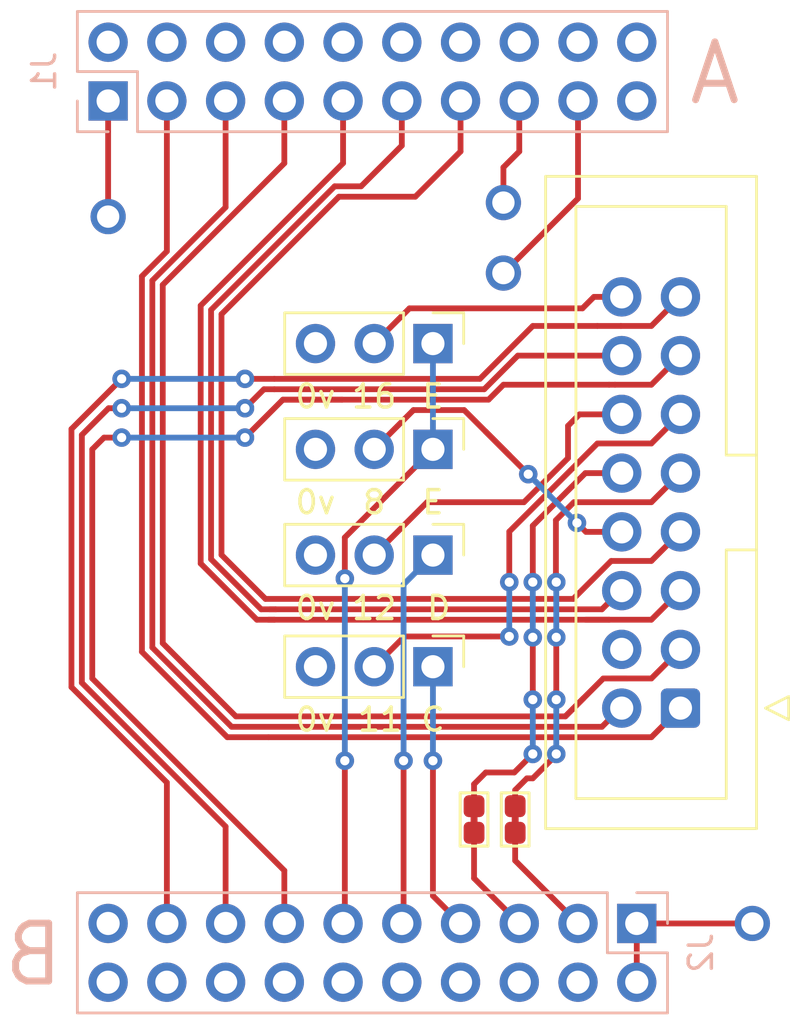
<source format=kicad_pcb>
(kicad_pcb (version 20171130) (host pcbnew "(5.1.9)-1")

  (general
    (thickness 1.6)
    (drawings 14)
    (tracks 202)
    (zones 0)
    (modules 13)
    (nets 30)
  )

  (page A4)
  (layers
    (0 F.Cu signal)
    (31 B.Cu signal)
    (32 B.Adhes user)
    (33 F.Adhes user)
    (34 B.Paste user hide)
    (35 F.Paste user hide)
    (36 B.SilkS user)
    (37 F.SilkS user)
    (38 B.Mask user hide)
    (39 F.Mask user hide)
    (40 Dwgs.User user)
    (41 Cmts.User user)
    (42 Eco1.User user)
    (43 Eco2.User user)
    (44 Edge.Cuts user)
    (45 Margin user)
    (46 B.CrtYd user)
    (47 F.CrtYd user)
    (48 B.Fab user hide)
    (49 F.Fab user hide)
  )

  (setup
    (last_trace_width 0.25)
    (trace_clearance 0.2)
    (zone_clearance 0.508)
    (zone_45_only no)
    (trace_min 0.2)
    (via_size 0.8)
    (via_drill 0.4)
    (via_min_size 0.4)
    (via_min_drill 0.3)
    (uvia_size 0.3)
    (uvia_drill 0.1)
    (uvias_allowed no)
    (uvia_min_size 0.2)
    (uvia_min_drill 0.1)
    (edge_width 0.05)
    (segment_width 0.2)
    (pcb_text_width 0.3)
    (pcb_text_size 1.5 1.5)
    (mod_edge_width 0.12)
    (mod_text_size 1 1)
    (mod_text_width 0.15)
    (pad_size 1.524 1.524)
    (pad_drill 0.9652)
    (pad_to_mask_clearance 0)
    (aux_axis_origin 0 0)
    (visible_elements 7FFFFFFF)
    (pcbplotparams
      (layerselection 0x010fc_ffffffff)
      (usegerberextensions false)
      (usegerberattributes true)
      (usegerberadvancedattributes true)
      (creategerberjobfile true)
      (excludeedgelayer true)
      (linewidth 0.100000)
      (plotframeref false)
      (viasonmask false)
      (mode 1)
      (useauxorigin false)
      (hpglpennumber 1)
      (hpglpenspeed 20)
      (hpglpendiameter 15.000000)
      (psnegative false)
      (psa4output false)
      (plotreference true)
      (plotvalue true)
      (plotinvisibletext false)
      (padsonsilk false)
      (subtractmaskfromsilk false)
      (outputformat 1)
      (mirror false)
      (drillshape 1)
      (scaleselection 1)
      (outputdirectory ""))
  )

  (net 0 "")
  (net 1 "Net-(J1-Pad20)")
  (net 2 "Net-(J1-Pad19)")
  (net 3 GND)
  (net 4 /#Output_Enable)
  (net 5 /Row_Latch)
  (net 6 /Pixel_Clock)
  (net 7 /Row_E_Int)
  (net 8 /Row_D_Int)
  (net 9 /Row_C_Int)
  (net 10 /Row_B_Int)
  (net 11 /Row_A_Int)
  (net 12 /VCC_B)
  (net 13 "Net-(J2-Pad20)")
  (net 14 "Net-(J2-Pad19)")
  (net 15 /Blue_2)
  (net 16 /Green_2)
  (net 17 /Red_2)
  (net 18 /Blue_1)
  (net 19 /Green_1)
  (net 20 /Red_1)
  (net 21 /VCC_A)
  (net 22 /Row_E_8)
  (net 23 /Row_E_16)
  (net 24 "Net-(J1-Pad17)")
  (net 25 "Net-(J1-Pad15)")
  (net 26 /Row_C_11)
  (net 27 /Row_D_12)
  (net 28 /Row_B_10)
  (net 29 /Row_A_9)

  (net_class Default "This is the default net class."
    (clearance 0.2)
    (trace_width 0.25)
    (via_dia 0.8)
    (via_drill 0.4)
    (uvia_dia 0.3)
    (uvia_drill 0.1)
    (add_net /#Output_Enable)
    (add_net /Blue_1)
    (add_net /Blue_2)
    (add_net /Green_1)
    (add_net /Green_2)
    (add_net /Pixel_Clock)
    (add_net /Red_1)
    (add_net /Red_2)
    (add_net /Row_A_9)
    (add_net /Row_A_Int)
    (add_net /Row_B_10)
    (add_net /Row_B_Int)
    (add_net /Row_C_11)
    (add_net /Row_C_Int)
    (add_net /Row_D_12)
    (add_net /Row_D_Int)
    (add_net /Row_E_16)
    (add_net /Row_E_8)
    (add_net /Row_E_Int)
    (add_net /Row_Latch)
    (add_net /VCC_A)
    (add_net /VCC_B)
    (add_net GND)
    (add_net "Net-(J1-Pad15)")
    (add_net "Net-(J1-Pad17)")
    (add_net "Net-(J1-Pad19)")
    (add_net "Net-(J1-Pad20)")
    (add_net "Net-(J2-Pad19)")
    (add_net "Net-(J2-Pad20)")
  )

  (module Connector_IDC:IDC-Header_2x08_P2.54mm_Vertical (layer F.Cu) (tedit 5EAC9A07) (tstamp 606F0AA1)
    (at 124.75 126.25 180)
    (descr "Through hole IDC box header, 2x08, 2.54mm pitch, DIN 41651 / IEC 60603-13, double rows, https://docs.google.com/spreadsheets/d/16SsEcesNF15N3Lb4niX7dcUr-NY5_MFPQhobNuNppn4/edit#gid=0")
    (tags "Through hole vertical IDC box header THT 2x08 2.54mm double row")
    (path /606FBEDE)
    (fp_text reference J7 (at 1.27 -6.1) (layer F.SilkS) hide
      (effects (font (size 1 1) (thickness 0.15)))
    )
    (fp_text value Conn_02x08_Odd_Even (at 1.27 23.88) (layer F.Fab)
      (effects (font (size 1 1) (thickness 0.15)))
    )
    (fp_line (start 6.22 -5.6) (end -3.68 -5.6) (layer F.CrtYd) (width 0.05))
    (fp_line (start 6.22 23.38) (end 6.22 -5.6) (layer F.CrtYd) (width 0.05))
    (fp_line (start -3.68 23.38) (end 6.22 23.38) (layer F.CrtYd) (width 0.05))
    (fp_line (start -3.68 -5.6) (end -3.68 23.38) (layer F.CrtYd) (width 0.05))
    (fp_line (start -4.68 0.5) (end -3.68 0) (layer F.SilkS) (width 0.12))
    (fp_line (start -4.68 -0.5) (end -4.68 0.5) (layer F.SilkS) (width 0.12))
    (fp_line (start -3.68 0) (end -4.68 -0.5) (layer F.SilkS) (width 0.12))
    (fp_line (start -1.98 10.94) (end -3.29 10.94) (layer F.SilkS) (width 0.12))
    (fp_line (start -1.98 10.94) (end -1.98 10.94) (layer F.SilkS) (width 0.12))
    (fp_line (start -1.98 21.69) (end -1.98 10.94) (layer F.SilkS) (width 0.12))
    (fp_line (start 4.52 21.69) (end -1.98 21.69) (layer F.SilkS) (width 0.12))
    (fp_line (start 4.52 -3.91) (end 4.52 21.69) (layer F.SilkS) (width 0.12))
    (fp_line (start -1.98 -3.91) (end 4.52 -3.91) (layer F.SilkS) (width 0.12))
    (fp_line (start -1.98 6.84) (end -1.98 -3.91) (layer F.SilkS) (width 0.12))
    (fp_line (start -3.29 6.84) (end -1.98 6.84) (layer F.SilkS) (width 0.12))
    (fp_line (start -3.29 22.99) (end -3.29 -5.21) (layer F.SilkS) (width 0.12))
    (fp_line (start 5.83 22.99) (end -3.29 22.99) (layer F.SilkS) (width 0.12))
    (fp_line (start 5.83 -5.21) (end 5.83 22.99) (layer F.SilkS) (width 0.12))
    (fp_line (start -3.29 -5.21) (end 5.83 -5.21) (layer F.SilkS) (width 0.12))
    (fp_line (start -1.98 10.94) (end -3.18 10.94) (layer F.Fab) (width 0.1))
    (fp_line (start -1.98 10.94) (end -1.98 10.94) (layer F.Fab) (width 0.1))
    (fp_line (start -1.98 21.69) (end -1.98 10.94) (layer F.Fab) (width 0.1))
    (fp_line (start 4.52 21.69) (end -1.98 21.69) (layer F.Fab) (width 0.1))
    (fp_line (start 4.52 -3.91) (end 4.52 21.69) (layer F.Fab) (width 0.1))
    (fp_line (start -1.98 -3.91) (end 4.52 -3.91) (layer F.Fab) (width 0.1))
    (fp_line (start -1.98 6.84) (end -1.98 -3.91) (layer F.Fab) (width 0.1))
    (fp_line (start -3.18 6.84) (end -1.98 6.84) (layer F.Fab) (width 0.1))
    (fp_line (start -3.18 22.88) (end -3.18 -4.1) (layer F.Fab) (width 0.1))
    (fp_line (start 5.72 22.88) (end -3.18 22.88) (layer F.Fab) (width 0.1))
    (fp_line (start 5.72 -5.1) (end 5.72 22.88) (layer F.Fab) (width 0.1))
    (fp_line (start -2.18 -5.1) (end 5.72 -5.1) (layer F.Fab) (width 0.1))
    (fp_line (start -3.18 -4.1) (end -2.18 -5.1) (layer F.Fab) (width 0.1))
    (fp_text user %R (at 1.27 8.89 90) (layer F.Fab)
      (effects (font (size 1 1) (thickness 0.15)))
    )
    (pad 16 thru_hole circle (at 2.54 17.78 180) (size 1.7 1.7) (drill 1) (layers *.Cu *.Mask)
      (net 23 /Row_E_16))
    (pad 14 thru_hole circle (at 2.54 15.24 180) (size 1.7 1.7) (drill 1) (layers *.Cu *.Mask)
      (net 5 /Row_Latch))
    (pad 12 thru_hole circle (at 2.54 12.7 180) (size 1.7 1.7) (drill 1) (layers *.Cu *.Mask)
      (net 27 /Row_D_12))
    (pad 10 thru_hole circle (at 2.54 10.16 180) (size 1.7 1.7) (drill 1) (layers *.Cu *.Mask)
      (net 28 /Row_B_10))
    (pad 8 thru_hole circle (at 2.54 7.62 180) (size 1.7 1.7) (drill 1) (layers *.Cu *.Mask)
      (net 22 /Row_E_8))
    (pad 6 thru_hole circle (at 2.54 5.08 180) (size 1.7 1.7) (drill 1) (layers *.Cu *.Mask)
      (net 16 /Green_2))
    (pad 4 thru_hole circle (at 2.54 2.54 180) (size 1.7 1.7) (drill 1) (layers *.Cu *.Mask)
      (net 3 GND))
    (pad 2 thru_hole circle (at 2.54 0 180) (size 1.7 1.7) (drill 1) (layers *.Cu *.Mask)
      (net 19 /Green_1))
    (pad 15 thru_hole circle (at 0 17.78 180) (size 1.7 1.7) (drill 1) (layers *.Cu *.Mask)
      (net 4 /#Output_Enable))
    (pad 13 thru_hole circle (at 0 15.24 180) (size 1.7 1.7) (drill 1) (layers *.Cu *.Mask)
      (net 6 /Pixel_Clock))
    (pad 11 thru_hole circle (at 0 12.7 180) (size 1.7 1.7) (drill 1) (layers *.Cu *.Mask)
      (net 26 /Row_C_11))
    (pad 9 thru_hole circle (at 0 10.16 180) (size 1.7 1.7) (drill 1) (layers *.Cu *.Mask)
      (net 29 /Row_A_9))
    (pad 7 thru_hole circle (at 0 7.62 180) (size 1.7 1.7) (drill 1) (layers *.Cu *.Mask)
      (net 15 /Blue_2))
    (pad 5 thru_hole circle (at 0 5.08 180) (size 1.7 1.7) (drill 1) (layers *.Cu *.Mask)
      (net 17 /Red_2))
    (pad 3 thru_hole circle (at 0 2.54 180) (size 1.7 1.7) (drill 1) (layers *.Cu *.Mask)
      (net 18 /Blue_1))
    (pad 1 thru_hole roundrect (at 0 0 180) (size 1.7 1.7) (drill 1) (layers *.Cu *.Mask) (roundrect_rratio 0.147059)
      (net 20 /Red_1))
    (model ${KISYS3DMOD}/Connector_IDC.3dshapes/IDC-Header_2x08_P2.54mm_Vertical.wrl
      (at (xyz 0 0 0))
      (scale (xyz 1 1 1))
      (rotate (xyz 0 0 0))
    )
  )

  (module pkl_pin_headers:Pin_Header_Straight_Round_1x01 (layer F.Cu) (tedit 579076F7) (tstamp 606F0941)
    (at 117.094 107.442)
    (descr "Through hole pin header")
    (tags "pin header")
    (path /607D90EA)
    (fp_text reference TP4 (at 0 -5.1) (layer F.Fab) hide
      (effects (font (size 1 1) (thickness 0.15)))
    )
    (fp_text value TestPoint (at 0 -3.1) (layer F.Fab) hide
      (effects (font (size 1 1) (thickness 0.15)))
    )
    (fp_line (start -1.25 1.25) (end 1.25 1.25) (layer F.CrtYd) (width 0.05))
    (fp_line (start -1.25 -1.25) (end 1.25 -1.25) (layer F.CrtYd) (width 0.05))
    (fp_line (start 1.25 -1.25) (end 1.25 1.25) (layer F.CrtYd) (width 0.05))
    (fp_line (start -1.25 -1.25) (end -1.25 1.25) (layer F.CrtYd) (width 0.05))
    (pad 1 thru_hole circle (at 0 0) (size 1.524 1.524) (drill 0.9652) (layers *.Cu *.Mask)
      (net 24 "Net-(J1-Pad17)"))
  )

  (module pkl_pin_headers:Pin_Header_Straight_Round_1x01 (layer F.Cu) (tedit 579076F7) (tstamp 606F0929)
    (at 117.094 104.394)
    (descr "Through hole pin header")
    (tags "pin header")
    (path /607D7F5D)
    (fp_text reference TP3 (at 0 -5.1) (layer F.Fab) hide
      (effects (font (size 1 1) (thickness 0.15)))
    )
    (fp_text value TestPoint (at 0 -3.1) (layer F.Fab) hide
      (effects (font (size 1 1) (thickness 0.15)))
    )
    (fp_line (start -1.25 1.25) (end 1.25 1.25) (layer F.CrtYd) (width 0.05))
    (fp_line (start -1.25 -1.25) (end 1.25 -1.25) (layer F.CrtYd) (width 0.05))
    (fp_line (start 1.25 -1.25) (end 1.25 1.25) (layer F.CrtYd) (width 0.05))
    (fp_line (start -1.25 -1.25) (end -1.25 1.25) (layer F.CrtYd) (width 0.05))
    (pad 1 thru_hole circle (at 0 0) (size 1.524 1.524) (drill 0.9652) (layers *.Cu *.Mask)
      (net 25 "Net-(J1-Pad15)"))
  )

  (module pkl_pin_headers:Pin_Header_Straight_Round_1x01 (layer F.Cu) (tedit 579076F7) (tstamp 606F0911)
    (at 100 105)
    (descr "Through hole pin header")
    (tags "pin header")
    (path /607F5050)
    (fp_text reference TP2 (at 0 -5.1) (layer F.Fab) hide
      (effects (font (size 1 1) (thickness 0.15)))
    )
    (fp_text value TestPoint (at 0 -3.1) (layer F.Fab) hide
      (effects (font (size 1 1) (thickness 0.15)))
    )
    (fp_line (start -1.25 1.25) (end 1.25 1.25) (layer F.CrtYd) (width 0.05))
    (fp_line (start -1.25 -1.25) (end 1.25 -1.25) (layer F.CrtYd) (width 0.05))
    (fp_line (start 1.25 -1.25) (end 1.25 1.25) (layer F.CrtYd) (width 0.05))
    (fp_line (start -1.25 -1.25) (end -1.25 1.25) (layer F.CrtYd) (width 0.05))
    (pad 1 thru_hole circle (at 0 0) (size 1.524 1.524) (drill 0.9652) (layers *.Cu *.Mask)
      (net 21 /VCC_A))
  )

  (module pkl_pin_headers:Pin_Header_Straight_Round_1x01 (layer F.Cu) (tedit 579076F7) (tstamp 606EF5CE)
    (at 127.86 135.56)
    (descr "Through hole pin header")
    (tags "pin header")
    (path /607F498A)
    (fp_text reference TP1 (at 0 -5.1) (layer F.Fab) hide
      (effects (font (size 1 1) (thickness 0.15)))
    )
    (fp_text value TestPoint (at 0 -3.1) (layer F.Fab) hide
      (effects (font (size 1 1) (thickness 0.15)))
    )
    (fp_line (start -1.25 1.25) (end 1.25 1.25) (layer F.CrtYd) (width 0.05))
    (fp_line (start -1.25 -1.25) (end 1.25 -1.25) (layer F.CrtYd) (width 0.05))
    (fp_line (start 1.25 -1.25) (end 1.25 1.25) (layer F.CrtYd) (width 0.05))
    (fp_line (start -1.25 -1.25) (end -1.25 1.25) (layer F.CrtYd) (width 0.05))
    (pad 1 thru_hole circle (at 0 0) (size 1.524 1.524) (drill 0.9652) (layers *.Cu *.Mask)
      (net 12 /VCC_B))
  )

  (module pkl_jumpers:J_NC_0603_30 (layer F.Cu) (tedit 5ED9662D) (tstamp 606EF9F7)
    (at 115.824 131.064 90)
    (descr "Jumper Normally Closed SMD 0603, 0.30mm connection, reflow soldering")
    (tags "jumper 0603")
    (path /6077AD05)
    (attr virtual)
    (fp_text reference JP2 (at 0 -1.1 90) (layer F.Fab)
      (effects (font (size 0.635 0.635) (thickness 0.1)))
    )
    (fp_text value SolderJumper_2_Bridged (at 0 1.2 90) (layer F.Fab)
      (effects (font (size 0.635 0.635) (thickness 0.1)))
    )
    (fp_line (start -0.1 0) (end 0.1 0) (layer F.Cu) (width 0.3))
    (fp_poly (pts (xy -0.05 -0.25) (xy 0.05 -0.25) (xy 0.05 0.25) (xy -0.05 0.25)) (layer F.Mask) (width 0.15))
    (fp_line (start 1.15 0.6) (end -1.15 0.6) (layer F.SilkS) (width 0.13))
    (fp_line (start -1.15 -0.6) (end 1.15 -0.6) (layer F.SilkS) (width 0.13))
    (fp_line (start 1.175 -0.725) (end 1.175 0.725) (layer F.CrtYd) (width 0.05))
    (fp_line (start -1.175 -0.725) (end -1.175 0.725) (layer F.CrtYd) (width 0.05))
    (fp_line (start -1.175 0.725) (end 1.175 0.725) (layer F.CrtYd) (width 0.05))
    (fp_line (start -1.175 -0.725) (end 1.175 -0.725) (layer F.CrtYd) (width 0.05))
    (fp_line (start 1.15 -0.6) (end 1.15 0.6) (layer F.SilkS) (width 0.13))
    (fp_line (start -1.15 -0.6) (end -1.15 0.6) (layer F.SilkS) (width 0.13))
    (pad 2 smd roundrect (at 0.575 0 90) (size 0.95 0.9) (layers F.Cu F.Mask) (roundrect_rratio 0.25)
      (net 28 /Row_B_10))
    (pad 1 smd roundrect (at -0.575 0 90) (size 0.95 0.9) (layers F.Cu F.Mask) (roundrect_rratio 0.25)
      (net 10 /Row_B_Int))
  )

  (module pkl_jumpers:J_NC_0603_30 (layer F.Cu) (tedit 5ED9662D) (tstamp 606EFA24)
    (at 117.602 131.064 90)
    (descr "Jumper Normally Closed SMD 0603, 0.30mm connection, reflow soldering")
    (tags "jumper 0603")
    (path /6077A076)
    (attr virtual)
    (fp_text reference JP1 (at 0 -1.1 90) (layer F.Fab)
      (effects (font (size 0.635 0.635) (thickness 0.1)))
    )
    (fp_text value SolderJumper_2_Bridged (at 0 1.2 90) (layer F.Fab)
      (effects (font (size 0.635 0.635) (thickness 0.1)))
    )
    (fp_line (start -0.1 0) (end 0.1 0) (layer F.Cu) (width 0.3))
    (fp_poly (pts (xy -0.05 -0.25) (xy 0.05 -0.25) (xy 0.05 0.25) (xy -0.05 0.25)) (layer F.Mask) (width 0.15))
    (fp_line (start 1.15 0.6) (end -1.15 0.6) (layer F.SilkS) (width 0.13))
    (fp_line (start -1.15 -0.6) (end 1.15 -0.6) (layer F.SilkS) (width 0.13))
    (fp_line (start 1.175 -0.725) (end 1.175 0.725) (layer F.CrtYd) (width 0.05))
    (fp_line (start -1.175 -0.725) (end -1.175 0.725) (layer F.CrtYd) (width 0.05))
    (fp_line (start -1.175 0.725) (end 1.175 0.725) (layer F.CrtYd) (width 0.05))
    (fp_line (start -1.175 -0.725) (end 1.175 -0.725) (layer F.CrtYd) (width 0.05))
    (fp_line (start 1.15 -0.6) (end 1.15 0.6) (layer F.SilkS) (width 0.13))
    (fp_line (start -1.15 -0.6) (end -1.15 0.6) (layer F.SilkS) (width 0.13))
    (pad 2 smd roundrect (at 0.575 0 90) (size 0.95 0.9) (layers F.Cu F.Mask) (roundrect_rratio 0.25)
      (net 29 /Row_A_9))
    (pad 1 smd roundrect (at -0.575 0 90) (size 0.95 0.9) (layers F.Cu F.Mask) (roundrect_rratio 0.25)
      (net 11 /Row_A_Int))
  )

  (module Connector_PinHeader_2.54mm:PinHeader_1x03_P2.54mm_Vertical (layer F.Cu) (tedit 59FED5CC) (tstamp 606EF570)
    (at 114.046 110.49 270)
    (descr "Through hole straight pin header, 1x03, 2.54mm pitch, single row")
    (tags "Through hole pin header THT 1x03 2.54mm single row")
    (path /60764E31)
    (fp_text reference J6 (at 0 -2.33 90) (layer F.SilkS) hide
      (effects (font (size 1 1) (thickness 0.15)))
    )
    (fp_text value Conn_01x03 (at 0 7.41 90) (layer F.Fab)
      (effects (font (size 1 1) (thickness 0.15)))
    )
    (fp_line (start 1.8 -1.8) (end -1.8 -1.8) (layer F.CrtYd) (width 0.05))
    (fp_line (start 1.8 6.85) (end 1.8 -1.8) (layer F.CrtYd) (width 0.05))
    (fp_line (start -1.8 6.85) (end 1.8 6.85) (layer F.CrtYd) (width 0.05))
    (fp_line (start -1.8 -1.8) (end -1.8 6.85) (layer F.CrtYd) (width 0.05))
    (fp_line (start -1.33 -1.33) (end 0 -1.33) (layer F.SilkS) (width 0.12))
    (fp_line (start -1.33 0) (end -1.33 -1.33) (layer F.SilkS) (width 0.12))
    (fp_line (start -1.33 1.27) (end 1.33 1.27) (layer F.SilkS) (width 0.12))
    (fp_line (start 1.33 1.27) (end 1.33 6.41) (layer F.SilkS) (width 0.12))
    (fp_line (start -1.33 1.27) (end -1.33 6.41) (layer F.SilkS) (width 0.12))
    (fp_line (start -1.33 6.41) (end 1.33 6.41) (layer F.SilkS) (width 0.12))
    (fp_line (start -1.27 -0.635) (end -0.635 -1.27) (layer F.Fab) (width 0.1))
    (fp_line (start -1.27 6.35) (end -1.27 -0.635) (layer F.Fab) (width 0.1))
    (fp_line (start 1.27 6.35) (end -1.27 6.35) (layer F.Fab) (width 0.1))
    (fp_line (start 1.27 -1.27) (end 1.27 6.35) (layer F.Fab) (width 0.1))
    (fp_line (start -0.635 -1.27) (end 1.27 -1.27) (layer F.Fab) (width 0.1))
    (fp_text user %R (at 0 2.54) (layer F.Fab)
      (effects (font (size 1 1) (thickness 0.15)))
    )
    (pad 3 thru_hole oval (at 0 5.08 270) (size 1.7 1.7) (drill 1) (layers *.Cu *.Mask)
      (net 3 GND))
    (pad 2 thru_hole oval (at 0 2.54 270) (size 1.7 1.7) (drill 1) (layers *.Cu *.Mask)
      (net 23 /Row_E_16))
    (pad 1 thru_hole rect (at 0 0 270) (size 1.7 1.7) (drill 1) (layers *.Cu *.Mask)
      (net 7 /Row_E_Int))
    (model ${KISYS3DMOD}/Connector_PinHeader_2.54mm.3dshapes/PinHeader_1x03_P2.54mm_Vertical.wrl
      (at (xyz 0 0 0))
      (scale (xyz 1 1 1))
      (rotate (xyz 0 0 0))
    )
  )

  (module Connector_PinHeader_2.54mm:PinHeader_1x03_P2.54mm_Vertical (layer F.Cu) (tedit 59FED5CC) (tstamp 606EF559)
    (at 114.046 115.062 270)
    (descr "Through hole straight pin header, 1x03, 2.54mm pitch, single row")
    (tags "Through hole pin header THT 1x03 2.54mm single row")
    (path /607298E3)
    (fp_text reference J5 (at 0 -2.33 90) (layer F.SilkS) hide
      (effects (font (size 1 1) (thickness 0.15)))
    )
    (fp_text value Conn_01x03 (at 0 7.41 90) (layer F.Fab)
      (effects (font (size 1 1) (thickness 0.15)))
    )
    (fp_line (start 1.8 -1.8) (end -1.8 -1.8) (layer F.CrtYd) (width 0.05))
    (fp_line (start 1.8 6.85) (end 1.8 -1.8) (layer F.CrtYd) (width 0.05))
    (fp_line (start -1.8 6.85) (end 1.8 6.85) (layer F.CrtYd) (width 0.05))
    (fp_line (start -1.8 -1.8) (end -1.8 6.85) (layer F.CrtYd) (width 0.05))
    (fp_line (start -1.33 -1.33) (end 0 -1.33) (layer F.SilkS) (width 0.12))
    (fp_line (start -1.33 0) (end -1.33 -1.33) (layer F.SilkS) (width 0.12))
    (fp_line (start -1.33 1.27) (end 1.33 1.27) (layer F.SilkS) (width 0.12))
    (fp_line (start 1.33 1.27) (end 1.33 6.41) (layer F.SilkS) (width 0.12))
    (fp_line (start -1.33 1.27) (end -1.33 6.41) (layer F.SilkS) (width 0.12))
    (fp_line (start -1.33 6.41) (end 1.33 6.41) (layer F.SilkS) (width 0.12))
    (fp_line (start -1.27 -0.635) (end -0.635 -1.27) (layer F.Fab) (width 0.1))
    (fp_line (start -1.27 6.35) (end -1.27 -0.635) (layer F.Fab) (width 0.1))
    (fp_line (start 1.27 6.35) (end -1.27 6.35) (layer F.Fab) (width 0.1))
    (fp_line (start 1.27 -1.27) (end 1.27 6.35) (layer F.Fab) (width 0.1))
    (fp_line (start -0.635 -1.27) (end 1.27 -1.27) (layer F.Fab) (width 0.1))
    (fp_text user %R (at 0 2.54) (layer F.Fab)
      (effects (font (size 1 1) (thickness 0.15)))
    )
    (pad 3 thru_hole oval (at 0 5.08 270) (size 1.7 1.7) (drill 1) (layers *.Cu *.Mask)
      (net 3 GND))
    (pad 2 thru_hole oval (at 0 2.54 270) (size 1.7 1.7) (drill 1) (layers *.Cu *.Mask)
      (net 22 /Row_E_8))
    (pad 1 thru_hole rect (at 0 0 270) (size 1.7 1.7) (drill 1) (layers *.Cu *.Mask)
      (net 7 /Row_E_Int))
    (model ${KISYS3DMOD}/Connector_PinHeader_2.54mm.3dshapes/PinHeader_1x03_P2.54mm_Vertical.wrl
      (at (xyz 0 0 0))
      (scale (xyz 1 1 1))
      (rotate (xyz 0 0 0))
    )
  )

  (module Connector_PinHeader_2.54mm:PinHeader_1x03_P2.54mm_Vertical (layer F.Cu) (tedit 59FED5CC) (tstamp 606EF542)
    (at 114.046 119.634 270)
    (descr "Through hole straight pin header, 1x03, 2.54mm pitch, single row")
    (tags "Through hole pin header THT 1x03 2.54mm single row")
    (path /60729FE0)
    (fp_text reference J4 (at 0 -2.33 90) (layer F.SilkS) hide
      (effects (font (size 1 1) (thickness 0.15)))
    )
    (fp_text value Conn_01x03 (at 0 7.41 90) (layer F.Fab)
      (effects (font (size 1 1) (thickness 0.15)))
    )
    (fp_line (start 1.8 -1.8) (end -1.8 -1.8) (layer F.CrtYd) (width 0.05))
    (fp_line (start 1.8 6.85) (end 1.8 -1.8) (layer F.CrtYd) (width 0.05))
    (fp_line (start -1.8 6.85) (end 1.8 6.85) (layer F.CrtYd) (width 0.05))
    (fp_line (start -1.8 -1.8) (end -1.8 6.85) (layer F.CrtYd) (width 0.05))
    (fp_line (start -1.33 -1.33) (end 0 -1.33) (layer F.SilkS) (width 0.12))
    (fp_line (start -1.33 0) (end -1.33 -1.33) (layer F.SilkS) (width 0.12))
    (fp_line (start -1.33 1.27) (end 1.33 1.27) (layer F.SilkS) (width 0.12))
    (fp_line (start 1.33 1.27) (end 1.33 6.41) (layer F.SilkS) (width 0.12))
    (fp_line (start -1.33 1.27) (end -1.33 6.41) (layer F.SilkS) (width 0.12))
    (fp_line (start -1.33 6.41) (end 1.33 6.41) (layer F.SilkS) (width 0.12))
    (fp_line (start -1.27 -0.635) (end -0.635 -1.27) (layer F.Fab) (width 0.1))
    (fp_line (start -1.27 6.35) (end -1.27 -0.635) (layer F.Fab) (width 0.1))
    (fp_line (start 1.27 6.35) (end -1.27 6.35) (layer F.Fab) (width 0.1))
    (fp_line (start 1.27 -1.27) (end 1.27 6.35) (layer F.Fab) (width 0.1))
    (fp_line (start -0.635 -1.27) (end 1.27 -1.27) (layer F.Fab) (width 0.1))
    (fp_text user %R (at 0 2.54) (layer F.Fab)
      (effects (font (size 1 1) (thickness 0.15)))
    )
    (pad 3 thru_hole oval (at 0 5.08 270) (size 1.7 1.7) (drill 1) (layers *.Cu *.Mask)
      (net 3 GND))
    (pad 2 thru_hole oval (at 0 2.54 270) (size 1.7 1.7) (drill 1) (layers *.Cu *.Mask)
      (net 27 /Row_D_12))
    (pad 1 thru_hole rect (at 0 0 270) (size 1.7 1.7) (drill 1) (layers *.Cu *.Mask)
      (net 8 /Row_D_Int))
    (model ${KISYS3DMOD}/Connector_PinHeader_2.54mm.3dshapes/PinHeader_1x03_P2.54mm_Vertical.wrl
      (at (xyz 0 0 0))
      (scale (xyz 1 1 1))
      (rotate (xyz 0 0 0))
    )
  )

  (module Connector_PinHeader_2.54mm:PinHeader_1x03_P2.54mm_Vertical (layer F.Cu) (tedit 59FED5CC) (tstamp 606EF52B)
    (at 114.046 124.46 270)
    (descr "Through hole straight pin header, 1x03, 2.54mm pitch, single row")
    (tags "Through hole pin header THT 1x03 2.54mm single row")
    (path /6072A3A2)
    (fp_text reference J3 (at 0 -2.33 90) (layer F.SilkS) hide
      (effects (font (size 1 1) (thickness 0.15)))
    )
    (fp_text value Conn_01x03 (at 0 7.41 90) (layer F.Fab)
      (effects (font (size 1 1) (thickness 0.15)))
    )
    (fp_line (start 1.8 -1.8) (end -1.8 -1.8) (layer F.CrtYd) (width 0.05))
    (fp_line (start 1.8 6.85) (end 1.8 -1.8) (layer F.CrtYd) (width 0.05))
    (fp_line (start -1.8 6.85) (end 1.8 6.85) (layer F.CrtYd) (width 0.05))
    (fp_line (start -1.8 -1.8) (end -1.8 6.85) (layer F.CrtYd) (width 0.05))
    (fp_line (start -1.33 -1.33) (end 0 -1.33) (layer F.SilkS) (width 0.12))
    (fp_line (start -1.33 0) (end -1.33 -1.33) (layer F.SilkS) (width 0.12))
    (fp_line (start -1.33 1.27) (end 1.33 1.27) (layer F.SilkS) (width 0.12))
    (fp_line (start 1.33 1.27) (end 1.33 6.41) (layer F.SilkS) (width 0.12))
    (fp_line (start -1.33 1.27) (end -1.33 6.41) (layer F.SilkS) (width 0.12))
    (fp_line (start -1.33 6.41) (end 1.33 6.41) (layer F.SilkS) (width 0.12))
    (fp_line (start -1.27 -0.635) (end -0.635 -1.27) (layer F.Fab) (width 0.1))
    (fp_line (start -1.27 6.35) (end -1.27 -0.635) (layer F.Fab) (width 0.1))
    (fp_line (start 1.27 6.35) (end -1.27 6.35) (layer F.Fab) (width 0.1))
    (fp_line (start 1.27 -1.27) (end 1.27 6.35) (layer F.Fab) (width 0.1))
    (fp_line (start -0.635 -1.27) (end 1.27 -1.27) (layer F.Fab) (width 0.1))
    (fp_text user %R (at 0 2.54) (layer F.Fab)
      (effects (font (size 1 1) (thickness 0.15)))
    )
    (pad 3 thru_hole oval (at 0 5.08 270) (size 1.7 1.7) (drill 1) (layers *.Cu *.Mask)
      (net 3 GND))
    (pad 2 thru_hole oval (at 0 2.54 270) (size 1.7 1.7) (drill 1) (layers *.Cu *.Mask)
      (net 26 /Row_C_11))
    (pad 1 thru_hole rect (at 0 0 270) (size 1.7 1.7) (drill 1) (layers *.Cu *.Mask)
      (net 9 /Row_C_Int))
    (model ${KISYS3DMOD}/Connector_PinHeader_2.54mm.3dshapes/PinHeader_1x03_P2.54mm_Vertical.wrl
      (at (xyz 0 0 0))
      (scale (xyz 1 1 1))
      (rotate (xyz 0 0 0))
    )
  )

  (module Connector_PinSocket_2.54mm:PinSocket_2x10_P2.54mm_Vertical locked (layer B.Cu) (tedit 5A19A427) (tstamp 606EF514)
    (at 100 100 270)
    (descr "Through hole straight socket strip, 2x10, 2.54mm pitch, double cols (from Kicad 4.0.7), script generated")
    (tags "Through hole socket strip THT 2x10 2.54mm double row")
    (path /606F1737)
    (fp_text reference J1 (at -1.27 2.77 270) (layer B.SilkS)
      (effects (font (size 1 1) (thickness 0.15)) (justify mirror))
    )
    (fp_text value Conn_02x10_Odd_Even (at -1.27 -25.63 270) (layer B.Fab)
      (effects (font (size 1 1) (thickness 0.15)) (justify mirror))
    )
    (fp_line (start -4.34 -24.6) (end -4.34 1.8) (layer B.CrtYd) (width 0.05))
    (fp_line (start 1.76 -24.6) (end -4.34 -24.6) (layer B.CrtYd) (width 0.05))
    (fp_line (start 1.76 1.8) (end 1.76 -24.6) (layer B.CrtYd) (width 0.05))
    (fp_line (start -4.34 1.8) (end 1.76 1.8) (layer B.CrtYd) (width 0.05))
    (fp_line (start 0 1.33) (end 1.33 1.33) (layer B.SilkS) (width 0.12))
    (fp_line (start 1.33 1.33) (end 1.33 0) (layer B.SilkS) (width 0.12))
    (fp_line (start -1.27 1.33) (end -1.27 -1.27) (layer B.SilkS) (width 0.12))
    (fp_line (start -1.27 -1.27) (end 1.33 -1.27) (layer B.SilkS) (width 0.12))
    (fp_line (start 1.33 -1.27) (end 1.33 -24.19) (layer B.SilkS) (width 0.12))
    (fp_line (start -3.87 -24.19) (end 1.33 -24.19) (layer B.SilkS) (width 0.12))
    (fp_line (start -3.87 1.33) (end -3.87 -24.19) (layer B.SilkS) (width 0.12))
    (fp_line (start -3.87 1.33) (end -1.27 1.33) (layer B.SilkS) (width 0.12))
    (fp_line (start -3.81 -24.13) (end -3.81 1.27) (layer B.Fab) (width 0.1))
    (fp_line (start 1.27 -24.13) (end -3.81 -24.13) (layer B.Fab) (width 0.1))
    (fp_line (start 1.27 0.27) (end 1.27 -24.13) (layer B.Fab) (width 0.1))
    (fp_line (start 0.27 1.27) (end 1.27 0.27) (layer B.Fab) (width 0.1))
    (fp_line (start -3.81 1.27) (end 0.27 1.27) (layer B.Fab) (width 0.1))
    (fp_text user %R (at -1.27 -11.43) (layer B.Fab)
      (effects (font (size 1 1) (thickness 0.15)) (justify mirror))
    )
    (pad 20 thru_hole oval (at -2.54 -22.86 270) (size 1.7 1.7) (drill 1) (layers *.Cu *.Mask)
      (net 1 "Net-(J1-Pad20)"))
    (pad 19 thru_hole oval (at 0 -22.86 270) (size 1.7 1.7) (drill 1) (layers *.Cu *.Mask)
      (net 2 "Net-(J1-Pad19)"))
    (pad 18 thru_hole oval (at -2.54 -20.32 270) (size 1.7 1.7) (drill 1) (layers *.Cu *.Mask)
      (net 3 GND))
    (pad 17 thru_hole oval (at 0 -20.32 270) (size 1.7 1.7) (drill 1) (layers *.Cu *.Mask)
      (net 24 "Net-(J1-Pad17)"))
    (pad 16 thru_hole oval (at -2.54 -17.78 270) (size 1.7 1.7) (drill 1) (layers *.Cu *.Mask)
      (net 3 GND))
    (pad 15 thru_hole oval (at 0 -17.78 270) (size 1.7 1.7) (drill 1) (layers *.Cu *.Mask)
      (net 25 "Net-(J1-Pad15)"))
    (pad 14 thru_hole oval (at -2.54 -15.24 270) (size 1.7 1.7) (drill 1) (layers *.Cu *.Mask)
      (net 3 GND))
    (pad 13 thru_hole oval (at 0 -15.24 270) (size 1.7 1.7) (drill 1) (layers *.Cu *.Mask)
      (net 15 /Blue_2))
    (pad 12 thru_hole oval (at -2.54 -12.7 270) (size 1.7 1.7) (drill 1) (layers *.Cu *.Mask)
      (net 3 GND))
    (pad 11 thru_hole oval (at 0 -12.7 270) (size 1.7 1.7) (drill 1) (layers *.Cu *.Mask)
      (net 16 /Green_2))
    (pad 10 thru_hole oval (at -2.54 -10.16 270) (size 1.7 1.7) (drill 1) (layers *.Cu *.Mask)
      (net 3 GND))
    (pad 9 thru_hole oval (at 0 -10.16 270) (size 1.7 1.7) (drill 1) (layers *.Cu *.Mask)
      (net 17 /Red_2))
    (pad 8 thru_hole oval (at -2.54 -7.62 270) (size 1.7 1.7) (drill 1) (layers *.Cu *.Mask)
      (net 3 GND))
    (pad 7 thru_hole oval (at 0 -7.62 270) (size 1.7 1.7) (drill 1) (layers *.Cu *.Mask)
      (net 18 /Blue_1))
    (pad 6 thru_hole oval (at -2.54 -5.08 270) (size 1.7 1.7) (drill 1) (layers *.Cu *.Mask)
      (net 3 GND))
    (pad 5 thru_hole oval (at 0 -5.08 270) (size 1.7 1.7) (drill 1) (layers *.Cu *.Mask)
      (net 19 /Green_1))
    (pad 4 thru_hole oval (at -2.54 -2.54 270) (size 1.7 1.7) (drill 1) (layers *.Cu *.Mask)
      (net 3 GND))
    (pad 3 thru_hole oval (at 0 -2.54 270) (size 1.7 1.7) (drill 1) (layers *.Cu *.Mask)
      (net 20 /Red_1))
    (pad 2 thru_hole oval (at -2.54 0 270) (size 1.7 1.7) (drill 1) (layers *.Cu *.Mask)
      (net 21 /VCC_A))
    (pad 1 thru_hole rect (at 0 0 270) (size 1.7 1.7) (drill 1) (layers *.Cu *.Mask)
      (net 21 /VCC_A))
    (model ${KISYS3DMOD}/Connector_PinSocket_2.54mm.3dshapes/PinSocket_2x10_P2.54mm_Vertical.wrl
      (at (xyz 0 0 0))
      (scale (xyz 1 1 1))
      (rotate (xyz 0 0 0))
    )
  )

  (module Connector_PinSocket_2.54mm:PinSocket_2x10_P2.54mm_Vertical locked (layer B.Cu) (tedit 5A19A427) (tstamp 606EF4EA)
    (at 122.86 135.56 90)
    (descr "Through hole straight socket strip, 2x10, 2.54mm pitch, double cols (from Kicad 4.0.7), script generated")
    (tags "Through hole socket strip THT 2x10 2.54mm double row")
    (path /606F05AE)
    (fp_text reference J2 (at -1.27 2.77 -90) (layer B.SilkS)
      (effects (font (size 1 1) (thickness 0.15)) (justify mirror))
    )
    (fp_text value Conn_02x10_Odd_Even (at -1.27 -25.63 -90) (layer B.Fab)
      (effects (font (size 1 1) (thickness 0.15)) (justify mirror))
    )
    (fp_line (start -4.34 -24.6) (end -4.34 1.8) (layer B.CrtYd) (width 0.05))
    (fp_line (start 1.76 -24.6) (end -4.34 -24.6) (layer B.CrtYd) (width 0.05))
    (fp_line (start 1.76 1.8) (end 1.76 -24.6) (layer B.CrtYd) (width 0.05))
    (fp_line (start -4.34 1.8) (end 1.76 1.8) (layer B.CrtYd) (width 0.05))
    (fp_line (start 0 1.33) (end 1.33 1.33) (layer B.SilkS) (width 0.12))
    (fp_line (start 1.33 1.33) (end 1.33 0) (layer B.SilkS) (width 0.12))
    (fp_line (start -1.27 1.33) (end -1.27 -1.27) (layer B.SilkS) (width 0.12))
    (fp_line (start -1.27 -1.27) (end 1.33 -1.27) (layer B.SilkS) (width 0.12))
    (fp_line (start 1.33 -1.27) (end 1.33 -24.19) (layer B.SilkS) (width 0.12))
    (fp_line (start -3.87 -24.19) (end 1.33 -24.19) (layer B.SilkS) (width 0.12))
    (fp_line (start -3.87 1.33) (end -3.87 -24.19) (layer B.SilkS) (width 0.12))
    (fp_line (start -3.87 1.33) (end -1.27 1.33) (layer B.SilkS) (width 0.12))
    (fp_line (start -3.81 -24.13) (end -3.81 1.27) (layer B.Fab) (width 0.1))
    (fp_line (start 1.27 -24.13) (end -3.81 -24.13) (layer B.Fab) (width 0.1))
    (fp_line (start 1.27 0.27) (end 1.27 -24.13) (layer B.Fab) (width 0.1))
    (fp_line (start 0.27 1.27) (end 1.27 0.27) (layer B.Fab) (width 0.1))
    (fp_line (start -3.81 1.27) (end 0.27 1.27) (layer B.Fab) (width 0.1))
    (fp_text user %R (at -1.27 -11.43) (layer B.Fab)
      (effects (font (size 1 1) (thickness 0.15)) (justify mirror))
    )
    (pad 20 thru_hole oval (at -2.54 -22.86 90) (size 1.7 1.7) (drill 1) (layers *.Cu *.Mask)
      (net 13 "Net-(J2-Pad20)"))
    (pad 19 thru_hole oval (at 0 -22.86 90) (size 1.7 1.7) (drill 1) (layers *.Cu *.Mask)
      (net 14 "Net-(J2-Pad19)"))
    (pad 18 thru_hole oval (at -2.54 -20.32 90) (size 1.7 1.7) (drill 1) (layers *.Cu *.Mask)
      (net 3 GND))
    (pad 17 thru_hole oval (at 0 -20.32 90) (size 1.7 1.7) (drill 1) (layers *.Cu *.Mask)
      (net 4 /#Output_Enable))
    (pad 16 thru_hole oval (at -2.54 -17.78 90) (size 1.7 1.7) (drill 1) (layers *.Cu *.Mask)
      (net 3 GND))
    (pad 15 thru_hole oval (at 0 -17.78 90) (size 1.7 1.7) (drill 1) (layers *.Cu *.Mask)
      (net 5 /Row_Latch))
    (pad 14 thru_hole oval (at -2.54 -15.24 90) (size 1.7 1.7) (drill 1) (layers *.Cu *.Mask)
      (net 3 GND))
    (pad 13 thru_hole oval (at 0 -15.24 90) (size 1.7 1.7) (drill 1) (layers *.Cu *.Mask)
      (net 6 /Pixel_Clock))
    (pad 12 thru_hole oval (at -2.54 -12.7 90) (size 1.7 1.7) (drill 1) (layers *.Cu *.Mask)
      (net 3 GND))
    (pad 11 thru_hole oval (at 0 -12.7 90) (size 1.7 1.7) (drill 1) (layers *.Cu *.Mask)
      (net 7 /Row_E_Int))
    (pad 10 thru_hole oval (at -2.54 -10.16 90) (size 1.7 1.7) (drill 1) (layers *.Cu *.Mask)
      (net 3 GND))
    (pad 9 thru_hole oval (at 0 -10.16 90) (size 1.7 1.7) (drill 1) (layers *.Cu *.Mask)
      (net 8 /Row_D_Int))
    (pad 8 thru_hole oval (at -2.54 -7.62 90) (size 1.7 1.7) (drill 1) (layers *.Cu *.Mask)
      (net 3 GND))
    (pad 7 thru_hole oval (at 0 -7.62 90) (size 1.7 1.7) (drill 1) (layers *.Cu *.Mask)
      (net 9 /Row_C_Int))
    (pad 6 thru_hole oval (at -2.54 -5.08 90) (size 1.7 1.7) (drill 1) (layers *.Cu *.Mask)
      (net 3 GND))
    (pad 5 thru_hole oval (at 0 -5.08 90) (size 1.7 1.7) (drill 1) (layers *.Cu *.Mask)
      (net 10 /Row_B_Int))
    (pad 4 thru_hole oval (at -2.54 -2.54 90) (size 1.7 1.7) (drill 1) (layers *.Cu *.Mask)
      (net 3 GND))
    (pad 3 thru_hole oval (at 0 -2.54 90) (size 1.7 1.7) (drill 1) (layers *.Cu *.Mask)
      (net 11 /Row_A_Int))
    (pad 2 thru_hole oval (at -2.54 0 90) (size 1.7 1.7) (drill 1) (layers *.Cu *.Mask)
      (net 12 /VCC_B))
    (pad 1 thru_hole rect (at 0 0 90) (size 1.7 1.7) (drill 1) (layers *.Cu *.Mask)
      (net 12 /VCC_B))
    (model ${KISYS3DMOD}/Connector_PinSocket_2.54mm.3dshapes/PinSocket_2x10_P2.54mm_Vertical.wrl
      (at (xyz 0 0 0))
      (scale (xyz 1 1 1))
      (rotate (xyz 0 0 0))
    )
  )

  (gr_text 0v (at 108.966 126.746) (layer F.SilkS) (tstamp 606F2EE4)
    (effects (font (size 1 1) (thickness 0.15)))
  )
  (gr_text 0v (at 108.966 121.92) (layer F.SilkS) (tstamp 606F2EE4)
    (effects (font (size 1 1) (thickness 0.15)))
  )
  (gr_text 0v (at 108.966 117.348) (layer F.SilkS) (tstamp 606F2E97)
    (effects (font (size 1 1) (thickness 0.15)))
  )
  (gr_text 0v (at 108.966 112.776) (layer F.SilkS) (tstamp 606F2C5B)
    (effects (font (size 1 1) (thickness 0.15)))
  )
  (gr_text 11 (at 111.76 126.746) (layer F.SilkS)
    (effects (font (size 1 1) (thickness 0.15)))
  )
  (gr_text 12 (at 111.506 121.92) (layer F.SilkS)
    (effects (font (size 1 1) (thickness 0.15)))
  )
  (gr_text 8 (at 111.506 117.348) (layer F.SilkS)
    (effects (font (size 1 1) (thickness 0.15)))
  )
  (gr_text 16 (at 111.506 112.776) (layer F.SilkS)
    (effects (font (size 1 1) (thickness 0.15)))
  )
  (gr_text C (at 114.046 126.746) (layer F.SilkS)
    (effects (font (size 1 1) (thickness 0.15)))
  )
  (gr_text D (at 114.3 121.92) (layer F.SilkS)
    (effects (font (size 1 1) (thickness 0.15)))
  )
  (gr_text E (at 114.046 117.348) (layer F.SilkS)
    (effects (font (size 1 1) (thickness 0.15)))
  )
  (gr_text E (at 114.046 112.776) (layer F.SilkS)
    (effects (font (size 1 1) (thickness 0.15)))
  )
  (gr_text B (at 96.774 136.906) (layer B.SilkS) (tstamp 606F27F2)
    (effects (font (size 2.5 2.5) (thickness 0.3)) (justify mirror))
  )
  (gr_text A (at 126.238 98.806) (layer B.SilkS)
    (effects (font (size 2.5 2.5) (thickness 0.3)) (justify mirror))
  )

  (segment (start 124.75 108.47) (end 123.492 109.728) (width 0.25) (layer F.Cu) (net 4))
  (segment (start 123.492 109.728) (end 122.174 109.728) (width 0.25) (layer F.Cu) (net 4))
  (segment (start 122.174 109.728) (end 121.158 109.728) (width 0.25) (layer F.Cu) (net 4))
  (segment (start 121.158 109.728) (end 118.364 109.728) (width 0.25) (layer F.Cu) (net 4))
  (segment (start 118.364 109.728) (end 116.078 112.014) (width 0.25) (layer F.Cu) (net 4))
  (segment (start 116.078 112.014) (end 107.188 112.014) (width 0.25) (layer F.Cu) (net 4))
  (via (at 105.918 112.014) (size 0.8) (drill 0.4) (layers F.Cu B.Cu) (net 4))
  (segment (start 107.188 112.014) (end 105.918 112.014) (width 0.25) (layer F.Cu) (net 4))
  (segment (start 105.918 112.014) (end 100.584 112.014) (width 0.25) (layer B.Cu) (net 4))
  (via (at 100.584 112.014) (size 0.8) (drill 0.4) (layers F.Cu B.Cu) (net 4))
  (segment (start 102.54 129.46682) (end 102.54 135.56) (width 0.25) (layer F.Cu) (net 4))
  (segment (start 98.413982 125.340802) (end 102.54 129.46682) (width 0.25) (layer F.Cu) (net 4))
  (segment (start 98.413981 114.184019) (end 98.413982 125.340802) (width 0.25) (layer F.Cu) (net 4))
  (segment (start 100.584 112.014) (end 98.413981 114.184019) (width 0.25) (layer F.Cu) (net 4))
  (segment (start 122.21 111.01) (end 117.71841 111.01) (width 0.25) (layer F.Cu) (net 5))
  (segment (start 117.71841 111.01) (end 116.2644 112.46401) (width 0.25) (layer F.Cu) (net 5))
  (segment (start 116.2644 112.46401) (end 107.188 112.46401) (width 0.25) (layer F.Cu) (net 5))
  (via (at 105.918 113.284) (size 0.8) (drill 0.4) (layers F.Cu B.Cu) (net 5))
  (segment (start 106.73799 112.46401) (end 105.918 113.284) (width 0.25) (layer F.Cu) (net 5))
  (segment (start 107.188 112.46401) (end 106.73799 112.46401) (width 0.25) (layer F.Cu) (net 5))
  (segment (start 105.918 113.284) (end 100.584 113.284) (width 0.25) (layer B.Cu) (net 5))
  (via (at 100.584 113.284) (size 0.8) (drill 0.4) (layers F.Cu B.Cu) (net 5))
  (segment (start 100.018315 113.284) (end 98.86399 114.438325) (width 0.25) (layer F.Cu) (net 5))
  (segment (start 100.584 113.284) (end 100.018315 113.284) (width 0.25) (layer F.Cu) (net 5))
  (segment (start 98.86399 114.438325) (end 98.863991 125.154401) (width 0.25) (layer F.Cu) (net 5))
  (segment (start 105.08 131.37041) (end 105.08 135.56) (width 0.25) (layer F.Cu) (net 5))
  (segment (start 98.863991 125.154401) (end 105.08 131.37041) (width 0.25) (layer F.Cu) (net 5))
  (segment (start 124.75 111.01) (end 123.492 112.268) (width 0.25) (layer F.Cu) (net 6))
  (segment (start 123.492 112.268) (end 121.92 112.268) (width 0.25) (layer F.Cu) (net 6))
  (segment (start 121.92 112.268) (end 121.666 112.268) (width 0.25) (layer F.Cu) (net 6))
  (segment (start 121.666 112.268) (end 117.09682 112.268) (width 0.25) (layer F.Cu) (net 6))
  (segment (start 117.09682 112.268) (end 116.4508 112.91402) (width 0.25) (layer F.Cu) (net 6))
  (segment (start 108.82798 112.91402) (end 107.55798 112.91402) (width 0.25) (layer F.Cu) (net 6))
  (via (at 105.918 114.554) (size 0.8) (drill 0.4) (layers F.Cu B.Cu) (net 6))
  (segment (start 105.918 114.554) (end 100.584 114.554) (width 0.25) (layer B.Cu) (net 6))
  (segment (start 107.55798 112.91402) (end 110.12002 112.91402) (width 0.25) (layer F.Cu) (net 6))
  (segment (start 105.918 114.554) (end 107.55798 112.91402) (width 0.25) (layer F.Cu) (net 6))
  (segment (start 110.12002 112.91402) (end 108.82798 112.91402) (width 0.25) (layer F.Cu) (net 6))
  (segment (start 116.4508 112.91402) (end 110.12002 112.91402) (width 0.25) (layer F.Cu) (net 6))
  (via (at 100.584 114.554) (size 0.8) (drill 0.4) (layers F.Cu B.Cu) (net 6))
  (segment (start 107.62 133.274) (end 107.62 135.56) (width 0.25) (layer F.Cu) (net 6))
  (segment (start 99.314 124.968) (end 107.62 133.274) (width 0.25) (layer F.Cu) (net 6))
  (segment (start 99.314 115.062) (end 99.314 124.968) (width 0.25) (layer F.Cu) (net 6))
  (segment (start 99.822 114.554) (end 99.314 115.062) (width 0.25) (layer F.Cu) (net 6))
  (segment (start 100.584 114.554) (end 99.822 114.554) (width 0.25) (layer F.Cu) (net 6))
  (segment (start 114.046 110.49) (end 114.046 115.062) (width 0.25) (layer B.Cu) (net 7))
  (segment (start 114.046 115.062) (end 112.014 117.094) (width 0.25) (layer F.Cu) (net 7))
  (segment (start 112.014 117.094) (end 110.236 118.872) (width 0.25) (layer F.Cu) (net 7))
  (segment (start 110.236 118.872) (end 110.236 120.65) (width 0.25) (layer F.Cu) (net 7))
  (via (at 110.236 120.65) (size 0.8) (drill 0.4) (layers F.Cu B.Cu) (net 7))
  (segment (start 110.236 120.904) (end 110.236 120.65) (width 0.25) (layer F.Cu) (net 7))
  (via (at 110.236 128.524) (size 0.8) (drill 0.4) (layers F.Cu B.Cu) (net 7))
  (segment (start 110.236 120.65) (end 110.236 128.524) (width 0.25) (layer B.Cu) (net 7))
  (segment (start 110.236 135.484) (end 110.16 135.56) (width 0.25) (layer F.Cu) (net 7))
  (segment (start 110.236 128.524) (end 110.236 135.484) (width 0.25) (layer F.Cu) (net 7))
  (segment (start 114.046 119.634) (end 112.776 120.904) (width 0.25) (layer B.Cu) (net 8))
  (segment (start 112.776 135.484) (end 112.7 135.56) (width 0.25) (layer B.Cu) (net 8))
  (via (at 112.776 128.524) (size 0.8) (drill 0.4) (layers F.Cu B.Cu) (net 8))
  (segment (start 112.776 120.904) (end 112.776 128.524) (width 0.25) (layer B.Cu) (net 8))
  (segment (start 112.776 135.484) (end 112.7 135.56) (width 0.25) (layer F.Cu) (net 8))
  (segment (start 112.776 128.524) (end 112.776 135.484) (width 0.25) (layer F.Cu) (net 8))
  (via (at 114.046 128.524) (size 0.8) (drill 0.4) (layers F.Cu B.Cu) (net 9))
  (segment (start 114.046 124.46) (end 114.046 128.524) (width 0.25) (layer B.Cu) (net 9))
  (segment (start 114.046 134.366) (end 115.24 135.56) (width 0.25) (layer F.Cu) (net 9))
  (segment (start 114.046 128.524) (end 114.046 134.366) (width 0.25) (layer F.Cu) (net 9))
  (segment (start 115.824 133.604) (end 117.78 135.56) (width 0.25) (layer F.Cu) (net 10))
  (segment (start 115.824 131.639) (end 115.824 133.604) (width 0.25) (layer F.Cu) (net 10))
  (segment (start 117.602 132.842) (end 120.32 135.56) (width 0.25) (layer F.Cu) (net 11))
  (segment (start 117.602 131.639) (end 117.602 132.842) (width 0.25) (layer F.Cu) (net 11))
  (segment (start 122.86 135.56) (end 122.86 138.1) (width 0.25) (layer F.Cu) (net 12))
  (segment (start 122.86 135.56) (end 127.86 135.56) (width 0.25) (layer F.Cu) (net 12))
  (segment (start 113.284 104.14) (end 115.24 102.184) (width 0.25) (layer F.Cu) (net 15))
  (segment (start 109.982 104.14) (end 113.284 104.14) (width 0.25) (layer F.Cu) (net 15))
  (segment (start 104.902 109.22) (end 109.982 104.14) (width 0.25) (layer F.Cu) (net 15))
  (segment (start 104.902 119.62439) (end 104.902 109.22) (width 0.25) (layer F.Cu) (net 15))
  (segment (start 106.80559 121.52798) (end 104.902 119.62439) (width 0.25) (layer F.Cu) (net 15))
  (segment (start 115.24 102.184) (end 115.24 100) (width 0.25) (layer F.Cu) (net 15))
  (segment (start 120.113018 121.52798) (end 106.80559 121.52798) (width 0.25) (layer F.Cu) (net 15))
  (segment (start 121.752998 119.888) (end 120.113018 121.52798) (width 0.25) (layer F.Cu) (net 15))
  (segment (start 123.492 119.888) (end 121.752998 119.888) (width 0.25) (layer F.Cu) (net 15))
  (segment (start 124.75 118.63) (end 123.492 119.888) (width 0.25) (layer F.Cu) (net 15))
  (segment (start 122.162 121.17) (end 121.35401 121.97799) (width 0.25) (layer F.Cu) (net 16))
  (segment (start 122.21 121.17) (end 122.162 121.17) (width 0.25) (layer F.Cu) (net 16))
  (segment (start 107.24599 121.97799) (end 106.619189 121.977989) (width 0.25) (layer F.Cu) (net 16))
  (segment (start 121.35401 121.97799) (end 107.24599 121.97799) (width 0.25) (layer F.Cu) (net 16))
  (segment (start 107.24599 121.97799) (end 106.99199 121.97799) (width 0.25) (layer F.Cu) (net 16))
  (segment (start 106.619189 121.977989) (end 104.45199 119.81079) (width 0.25) (layer F.Cu) (net 16))
  (segment (start 104.45199 119.81079) (end 104.451991 109.033599) (width 0.25) (layer F.Cu) (net 16))
  (segment (start 104.451991 109.033599) (end 109.7956 103.68999) (width 0.25) (layer F.Cu) (net 16))
  (segment (start 109.7956 103.68999) (end 110.94001 103.68999) (width 0.25) (layer F.Cu) (net 16))
  (segment (start 112.7 101.93) (end 112.7 100) (width 0.25) (layer F.Cu) (net 16))
  (segment (start 110.94001 103.68999) (end 112.7 101.93) (width 0.25) (layer F.Cu) (net 16))
  (segment (start 123.492 122.428) (end 124.75 121.17) (width 0.25) (layer F.Cu) (net 17))
  (segment (start 120.65 122.428) (end 121.666 122.428) (width 0.25) (layer F.Cu) (net 17))
  (segment (start 121.666 122.428) (end 123.492 122.428) (width 0.25) (layer F.Cu) (net 17))
  (segment (start 107.188 122.428) (end 106.432788 122.427998) (width 0.25) (layer F.Cu) (net 17))
  (segment (start 121.666 122.428) (end 107.188 122.428) (width 0.25) (layer F.Cu) (net 17))
  (segment (start 107.188 122.428) (end 106.934 122.428) (width 0.25) (layer F.Cu) (net 17))
  (segment (start 106.432788 122.427998) (end 104.001981 119.997189) (width 0.25) (layer F.Cu) (net 17))
  (segment (start 104.001981 119.997189) (end 104.001982 108.847198) (width 0.25) (layer F.Cu) (net 17))
  (segment (start 110.16 102.68918) (end 110.16 100) (width 0.25) (layer F.Cu) (net 17))
  (segment (start 104.001982 108.847198) (end 110.16 102.68918) (width 0.25) (layer F.Cu) (net 17))
  (segment (start 123.492 124.968) (end 124.75 123.71) (width 0.25) (layer F.Cu) (net 18))
  (segment (start 121.92 124.968) (end 121.752998 124.968) (width 0.25) (layer F.Cu) (net 18))
  (segment (start 120.563002 125.816998) (end 119.77202 126.60798) (width 0.25) (layer F.Cu) (net 18))
  (segment (start 121.412 124.968) (end 122.428 124.968) (width 0.25) (layer F.Cu) (net 18))
  (segment (start 119.77202 126.60798) (end 121.412 124.968) (width 0.25) (layer F.Cu) (net 18))
  (segment (start 122.428 124.968) (end 123.492 124.968) (width 0.25) (layer F.Cu) (net 18))
  (segment (start 121.92 124.968) (end 122.428 124.968) (width 0.25) (layer F.Cu) (net 18))
  (segment (start 107.62 102.692) (end 107.62 100) (width 0.25) (layer F.Cu) (net 18))
  (segment (start 102.362 123.444) (end 102.362 107.95) (width 0.25) (layer F.Cu) (net 18))
  (segment (start 105.52598 126.60798) (end 102.362 123.444) (width 0.25) (layer F.Cu) (net 18))
  (segment (start 102.362 107.95) (end 107.62 102.692) (width 0.25) (layer F.Cu) (net 18))
  (segment (start 119.77202 126.60798) (end 105.52598 126.60798) (width 0.25) (layer F.Cu) (net 18))
  (segment (start 105.08 104.59559) (end 105.08 100) (width 0.25) (layer F.Cu) (net 19))
  (segment (start 101.911991 107.763599) (end 105.08 104.59559) (width 0.25) (layer F.Cu) (net 19))
  (segment (start 101.91199 123.6304) (end 101.911991 107.763599) (width 0.25) (layer F.Cu) (net 19))
  (segment (start 105.339579 127.057989) (end 101.91199 123.6304) (width 0.25) (layer F.Cu) (net 19))
  (segment (start 121.35401 127.05799) (end 105.339579 127.057989) (width 0.25) (layer F.Cu) (net 19))
  (segment (start 122.162 126.25) (end 121.35401 127.05799) (width 0.25) (layer F.Cu) (net 19))
  (segment (start 122.21 126.25) (end 122.162 126.25) (width 0.25) (layer F.Cu) (net 19))
  (segment (start 102.54 106.49918) (end 102.54 100) (width 0.25) (layer F.Cu) (net 20))
  (segment (start 101.461982 107.577198) (end 102.54 106.49918) (width 0.25) (layer F.Cu) (net 20))
  (segment (start 101.461981 123.816799) (end 101.461982 107.577198) (width 0.25) (layer F.Cu) (net 20))
  (segment (start 105.153178 127.507998) (end 101.461981 123.816799) (width 0.25) (layer F.Cu) (net 20))
  (segment (start 106.934 127.508) (end 105.153178 127.507998) (width 0.25) (layer F.Cu) (net 20))
  (segment (start 123.492 127.508) (end 106.934 127.508) (width 0.25) (layer F.Cu) (net 20))
  (segment (start 124.75 126.25) (end 123.492 127.508) (width 0.25) (layer F.Cu) (net 20))
  (segment (start 100 105) (end 100 100) (width 0.25) (layer F.Cu) (net 21))
  (segment (start 123.492 114.808) (end 124.75 113.55) (width 0.25) (layer F.Cu) (net 26))
  (segment (start 121.158 114.808) (end 123.492 114.808) (width 0.25) (layer F.Cu) (net 26))
  (segment (start 117.348 118.618) (end 121.158 114.808) (width 0.25) (layer F.Cu) (net 26))
  (segment (start 117.348 120.396) (end 117.348 118.618) (width 0.25) (layer F.Cu) (net 26))
  (via (at 117.348 120.80298) (size 0.8) (drill 0.4) (layers F.Cu B.Cu) (net 26))
  (segment (start 117.348 120.396) (end 117.348 120.80298) (width 0.25) (layer F.Cu) (net 26))
  (via (at 117.348 123.153) (size 0.8) (drill 0.4) (layers F.Cu B.Cu) (net 26))
  (segment (start 117.348 120.80298) (end 117.348 123.153) (width 0.25) (layer B.Cu) (net 26))
  (segment (start 116.549 123.153) (end 117.348 123.153) (width 0.25) (layer F.Cu) (net 26))
  (segment (start 112.813 123.153) (end 116.549 123.153) (width 0.25) (layer F.Cu) (net 26))
  (segment (start 111.506 124.46) (end 112.813 123.153) (width 0.25) (layer F.Cu) (net 26))
  (segment (start 119.888 114.046) (end 120.384 113.55) (width 0.25) (layer F.Cu) (net 27))
  (segment (start 119.888 115.44159) (end 119.888 114.046) (width 0.25) (layer F.Cu) (net 27))
  (segment (start 120.384 113.55) (end 122.21 113.55) (width 0.25) (layer F.Cu) (net 27))
  (segment (start 117.98159 117.348) (end 119.888 115.44159) (width 0.25) (layer F.Cu) (net 27))
  (segment (start 113.792 117.348) (end 117.98159 117.348) (width 0.25) (layer F.Cu) (net 27))
  (segment (start 111.506 119.634) (end 113.792 117.348) (width 0.25) (layer F.Cu) (net 27))
  (segment (start 122.21 118.63) (end 120.662 118.63) (width 0.25) (layer F.Cu) (net 22))
  (segment (start 111.506 115.062) (end 113.20397 113.36403) (width 0.25) (layer F.Cu) (net 22))
  (segment (start 113.20397 113.36403) (end 115.39603 113.36403) (width 0.25) (layer F.Cu) (net 22))
  (via (at 120.273653 118.241653) (size 0.8) (drill 0.4) (layers F.Cu B.Cu) (net 22))
  (segment (start 120.662 118.63) (end 120.273653 118.241653) (width 0.25) (layer F.Cu) (net 22))
  (segment (start 120.273653 118.241653) (end 118.491 116.459) (width 0.25) (layer B.Cu) (net 22))
  (segment (start 119.130653 117.098653) (end 118.491 116.459) (width 0.25) (layer B.Cu) (net 22))
  (via (at 118.168142 116.136142) (size 0.8) (drill 0.4) (layers F.Cu B.Cu) (net 22))
  (segment (start 116.332 114.3) (end 118.168142 116.136142) (width 0.25) (layer F.Cu) (net 22))
  (segment (start 115.39603 113.36403) (end 116.332 114.3) (width 0.25) (layer F.Cu) (net 22))
  (segment (start 116.332 114.3) (end 117.348 115.316) (width 0.25) (layer F.Cu) (net 22))
  (segment (start 118.168142 116.136142) (end 118.491 116.459) (width 0.25) (layer B.Cu) (net 22))
  (segment (start 121.007919 108.47) (end 120.511919 108.966) (width 0.25) (layer F.Cu) (net 23))
  (segment (start 122.21 108.47) (end 121.007919 108.47) (width 0.25) (layer F.Cu) (net 23))
  (segment (start 113.03 108.966) (end 111.506 110.49) (width 0.25) (layer F.Cu) (net 23))
  (segment (start 120.511919 108.966) (end 113.03 108.966) (width 0.25) (layer F.Cu) (net 23))
  (segment (start 120.638 116.09) (end 122.21 116.09) (width 0.25) (layer F.Cu) (net 28))
  (segment (start 118.364 118.364) (end 120.638 116.09) (width 0.25) (layer F.Cu) (net 28))
  (segment (start 118.364 120.396) (end 118.364 118.364) (width 0.25) (layer F.Cu) (net 28))
  (via (at 118.364 120.80298) (size 0.8) (drill 0.4) (layers F.Cu B.Cu) (net 28))
  (segment (start 118.364 120.396) (end 118.364 120.80298) (width 0.25) (layer F.Cu) (net 28))
  (via (at 118.364 123.19) (size 0.8) (drill 0.4) (layers F.Cu B.Cu) (net 28))
  (segment (start 118.364 120.80298) (end 118.364 123.19) (width 0.25) (layer B.Cu) (net 28))
  (segment (start 118.364 123.19) (end 118.364 125.476) (width 0.25) (layer F.Cu) (net 28))
  (via (at 118.364 125.88298) (size 0.8) (drill 0.4) (layers F.Cu B.Cu) (net 28))
  (segment (start 118.364 125.476) (end 118.364 125.88298) (width 0.25) (layer F.Cu) (net 28))
  (via (at 118.364 128.233) (size 0.8) (drill 0.4) (layers F.Cu B.Cu) (net 28))
  (segment (start 118.364 125.88298) (end 118.364 128.233) (width 0.25) (layer B.Cu) (net 28))
  (segment (start 115.824 130.489) (end 115.824 129.54) (width 0.25) (layer F.Cu) (net 28))
  (segment (start 115.824 129.54) (end 116.332 129.032) (width 0.25) (layer F.Cu) (net 28))
  (segment (start 117.565 129.032) (end 118.364 128.233) (width 0.25) (layer F.Cu) (net 28))
  (segment (start 116.332 129.032) (end 117.565 129.032) (width 0.25) (layer F.Cu) (net 28))
  (segment (start 123.492 117.348) (end 124.75 116.09) (width 0.25) (layer F.Cu) (net 29))
  (segment (start 120.142 117.348) (end 123.492 117.348) (width 0.25) (layer F.Cu) (net 29))
  (segment (start 119.364003 118.125997) (end 120.142 117.348) (width 0.25) (layer F.Cu) (net 29))
  (segment (start 119.364003 120.396) (end 119.364003 118.125997) (width 0.25) (layer F.Cu) (net 29))
  (via (at 119.38 120.80298) (size 0.8) (drill 0.4) (layers F.Cu B.Cu) (net 29))
  (segment (start 119.364003 120.786983) (end 119.38 120.80298) (width 0.25) (layer F.Cu) (net 29))
  (segment (start 119.364003 120.396) (end 119.364003 120.786983) (width 0.25) (layer F.Cu) (net 29))
  (via (at 119.38 123.19) (size 0.8) (drill 0.4) (layers F.Cu B.Cu) (net 29))
  (segment (start 119.38 120.80298) (end 119.38 123.19) (width 0.25) (layer B.Cu) (net 29))
  (segment (start 119.38 123.19) (end 119.38 125.476) (width 0.25) (layer F.Cu) (net 29))
  (via (at 119.38 125.88298) (size 0.8) (drill 0.4) (layers F.Cu B.Cu) (net 29))
  (segment (start 119.38 125.476) (end 119.38 125.88298) (width 0.25) (layer F.Cu) (net 29))
  (via (at 119.38 128.233) (size 0.8) (drill 0.4) (layers F.Cu B.Cu) (net 29))
  (segment (start 119.38 125.88298) (end 119.38 128.233) (width 0.25) (layer B.Cu) (net 29))
  (segment (start 119.38 128.233) (end 119.38 128.27) (width 0.25) (layer F.Cu) (net 29))
  (segment (start 118.364 129.286) (end 118.11 129.286) (width 0.25) (layer F.Cu) (net 29))
  (segment (start 119.38 128.27) (end 118.364 129.286) (width 0.25) (layer F.Cu) (net 29))
  (segment (start 117.602 129.794) (end 117.602 130.489) (width 0.25) (layer F.Cu) (net 29))
  (segment (start 118.11 129.286) (end 117.602 129.794) (width 0.25) (layer F.Cu) (net 29))
  (segment (start 120.32 104.216) (end 120.32 100) (width 0.25) (layer F.Cu) (net 24))
  (segment (start 117.094 107.442) (end 120.32 104.216) (width 0.25) (layer F.Cu) (net 24))
  (segment (start 117.094 104.394) (end 117.094 102.87) (width 0.25) (layer F.Cu) (net 25))
  (segment (start 117.78 102.184) (end 117.78 100) (width 0.25) (layer F.Cu) (net 25))
  (segment (start 117.094 102.87) (end 117.78 102.184) (width 0.25) (layer F.Cu) (net 25))

)

</source>
